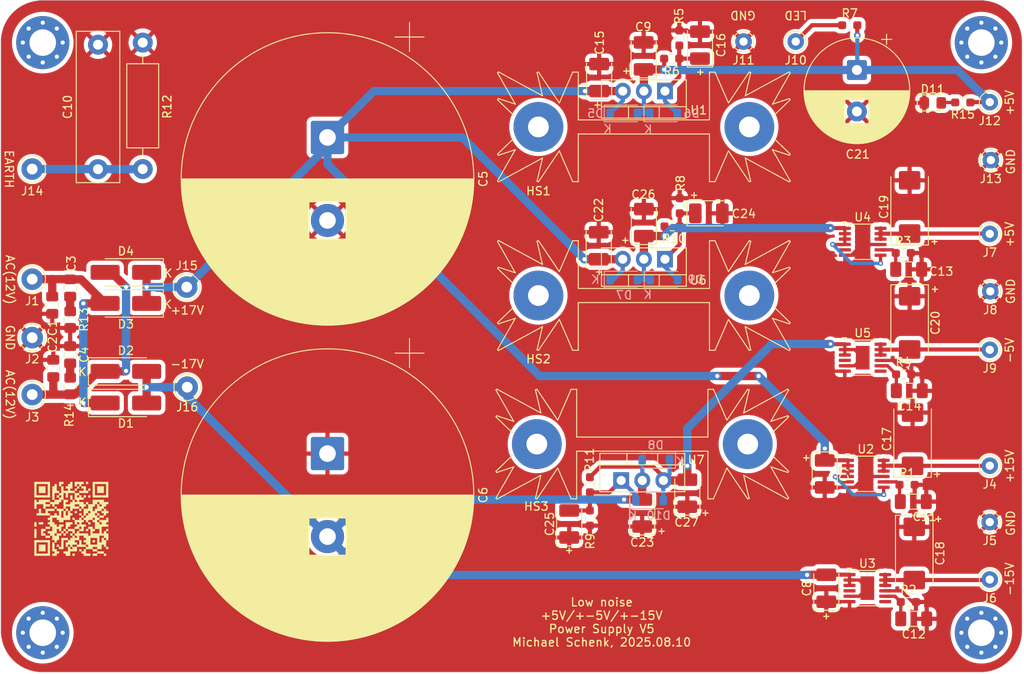
<source format=kicad_pcb>
(kicad_pcb (version 20241229) (generator "pcbnew") (generator_version "9.0")
  (layers (0 "F.Cu" signal) (2 "B.Cu" signal) (13 "F.Paste" user) (15 "B.Paste" user) (5 "F.SilkS" user "F.Silkscreen") (7 "B.SilkS" user "B.Silkscreen") (1 "F.Mask" user) (3 "B.Mask" user) (25 "Edge.Cuts" user))
  (net 0 "")
  (net 1 "+17V")
  (net 2 "Net-(D1-K)")
  (net 3 "Net-(D2-K)")
  (net 4 "GND")
  (net 5 "-17V")
  (net 6 "Net-(D5-A)")
  (net 7 "Net-(J14-Pin_1)")
  (net 8 "Net-(U2-SET)")
  (net 9 "Net-(U3-SET)")
  (net 10 "Net-(U4-SET)")
  (net 11 "Net-(U5-SET)")
  (net 12 "Net-(C3-Pad2)")
  (net 13 "Net-(C4-Pad2)")
  (net 14 "Net-(D6-A)")
  (net 15 "Net-(J4-Pin_1)")
  (net 16 "Net-(J6-Pin_1)")
  (net 17 "Net-(J7-Pin_1)")
  (net 18 "Net-(J9-Pin_1)")
  (net 19 "Net-(D9-A)")
  (net 20 "Net-(D10-K)")
  (net 21 "Net-(D7-A)")
  (net 22 "Net-(D10-A)")
  (net 23 "Net-(J10-Pin_1)")
  (net 30 "Net-(D11-A)")
  (footprint "Capacitor_SMD:C_0805_2012Metric_Pad1.18x1.45mm_HandSolder" (layer "F.Cu") (at 100.203 86.2545 -90)
    (property "Reference" "C1")
    (property "Value" "Cx/10nF/50V")
  )
  (footprint "Capacitor_SMD:C_0805_2012Metric_Pad1.18x1.45mm_HandSolder" (layer "F.Cu") (at 100.33 93.8745 -90)
    (property "Reference" "C2")
    (property "Value" "Cx/10nF/50V")
  )
  (footprint "Capacitor_SMD:C_0805_2012Metric_Pad1.18x1.45mm_HandSolder" (layer "F.Cu") (at 102.362 84.1795 -90)
    (property "Reference" "C3")
    (property "Value" "Cs/50V")
  )
  (footprint "Capacitor_SMD:C_0805_2012Metric_Pad1.18x1.45mm_HandSolder" (layer "F.Cu") (at 102.362 92.2235 -90)
    (property "Reference" "C4")
    (property "Value" "Cs/50V")
  )
  (footprint "Capacitor_THT:CP_Radial_D35.0mm_P10.00mm_SnapIn" (layer "F.Cu") (at 133.35 66.04 -90)
    (property "Reference" "C5")
    (property "Value" "22000uF/25VDC")
  )
  (footprint "Capacitor_THT:CP_Radial_D35.0mm_P10.00mm_SnapIn" (layer "F.Cu") (at 133.35 104.14 -90)
    (property "Reference" "C6")
    (property "Value" "22000uF/25VDC")
  )
  (footprint "Capacitor_Tantalum_SMD:CP_EIA-3528-21_Kemet-B_HandSolder" (layer "F.Cu") (at 193.2305 106.5905 -90)
    (property "Reference" "C7")
    (property "Value" "10uF/25V")
  )
  (footprint "Capacitor_Tantalum_SMD:CP_EIA-3528-21_Kemet-B_HandSolder" (layer "F.Cu") (at 193.421 120.37 90)
    (property "Reference" "C8")
    (property "Value" "10uF/25V")
  )
  (footprint "Capacitor_Tantalum_SMD:CP_EIA-3528-21_Kemet-B_HandSolder" (layer "F.Cu") (at 166.0652 58.8245 90)
    (property "Reference" "C15")
    (property "Value" "10uF/25V")
  )
  (footprint "Capacitor_Tantalum_SMD:CP_EIA-3528-21_Kemet-B_HandSolder" (layer "F.Cu") (at 178.2064 54.9129 90)
    (property "Reference" "C16")
    (property "Value" "10uF/25V")
  )
  (footprint "Capacitor_Tantalum_SMD:CP_EIA-7343-31_Kemet-D_HandSolder" (layer "F.Cu") (at 203.8096 102.4057 90)
    (property "Reference" "C17")
    (property "Value" "47uF/25V")
  )
  (footprint "Capacitor_Tantalum_SMD:CP_EIA-7343-31_Kemet-D_HandSolder" (layer "F.Cu") (at 204.0128 116.1725 -90)
    (property "Reference" "C18")
    (property "Value" "47uF/25V")
  )
  (footprint "Capacitor_Tantalum_SMD:CP_EIA-7343-31_Kemet-D_HandSolder" (layer "F.Cu") (at 203.454 74.4149 90)
    (property "Reference" "C19")
    (property "Value" "47uF/25V")
  )
  (footprint "Capacitor_Tantalum_SMD:CP_EIA-7343-31_Kemet-D_HandSolder" (layer "F.Cu") (at 203.454 88.3849 -90)
    (property "Reference" "C20")
    (property "Value" "47uF/25V")
  )
  (footprint "Capacitor_THT:CP_Radial_D12.5mm_P5.00mm" (layer "F.Cu") (at 197.104 57.912 -90)
    (property "Reference" "C21")
    (property "Value" "1000uF/35V")
  )
  (footprint "Capacitor_Tantalum_SMD:CP_EIA-3528-21_Kemet-B_HandSolder" (layer "F.Cu") (at 166.0144 79.0937 90)
    (property "Reference" "C22")
    (property "Value" "10uF/25V")
  )
  (footprint "Capacitor_Tantalum_SMD:CP_EIA-3528-21_Kemet-B_HandSolder" (layer "F.Cu") (at 179.2751 75.184)
    (property "Reference" "C24")
    (property "Value" "10uF/25V")
  )
  (footprint "Capacitor_Tantalum_SMD:CP_EIA-3528-21_Kemet-B_HandSolder" (layer "F.Cu") (at 171.45 76.2997 90)
    (property "Reference" "C26")
    (property "Value" "10uF/25V")
  )
  (footprint "Diode_SMD:D_SMA_Handsoldering" (layer "F.Cu") (at 109.0695 98.044)
    (property "Reference" "D1")
    (property "Value" "BYG20D")
  )
  (footprint "Diode_SMD:D_SMA_Handsoldering" (layer "F.Cu") (at 109.0695 94.234)
    (property "Reference" "D2")
    (property "Value" "BYG20D")
  )
  (footprint "Diode_SMD:D_SMA_Handsoldering" (layer "F.Cu") (at 109.0695 86.0425 180)
    (property "Reference" "D3")
    (property "Value" "BYG20D")
  )
  (footprint "Diode_SMD:D_SMA_Handsoldering" (layer "F.Cu") (at 109.0695 82.296 180)
    (property "Reference" "D4")
    (property "Value" "BYG20D")
  )
  (footprint "MountingHole:MountingHole_3.2mm_M3_Pad_Via" (layer "F.Cu") (at 99.06 54.61)
    (property "Reference" "H1" (hide yes))
    (property "Value" "MountingHole")
  )
  (footprint "MountingHole:MountingHole_3.2mm_M3_Pad_Via" (layer "F.Cu") (at 212.09 54.61)
    (property "Reference" "H2" (hide yes))
    (property "Value" "MountingHole")
  )
  (footprint "MountingHole:MountingHole_3.2mm_M3_Pad_Via" (layer "F.Cu") (at 212.09 125.73)
    (property "Reference" "H3" (hide yes))
    (property "Value" "MountingHole")
  )
  (footprint "MountingHole:MountingHole_3.2mm_M3_Pad_Via" (layer "F.Cu") (at 99.06 125.73)
    (property "Reference" "H4" (hide yes))
    (property "Value" "MountingHole")
  )
  (footprint "Heatsink:Heatsink_Fischer_SK104-STC-STIC_35x13mm_2xDrill2.5mm" (layer "F.Cu") (at 171.45 64.77 180)
    (property "Reference" "HS1")
    (property "Value" "Heatsink")
  )
  (footprint "Heatsink:Heatsink_Fischer_SK104-STC-STIC_35x13mm_2xDrill2.5mm" (layer "F.Cu") (at 171.45 85.09)
    (property "Reference" "HS2")
    (property "Value" "Heatsink")
  )
  (footprint "Connector_Pin:Pin_D1.3mm_L11.0mm" (layer "F.Cu") (at 97.79 83.1215)
    (property "Reference" "J1")
    (property "Value" "AC")
  )
  (footprint "Connector_Pin:Pin_D1.3mm_L11.0mm" (layer "F.Cu") (at 97.79 97.028)
    (property "Reference" "J3")
    (property "Value" "AC")
  )
  (footprint "Connector_Pin:Pin_D1.0mm_L10.0mm" (layer "F.Cu") (at 213.106 105.6005)
    (property "Reference" "J4")
    (property "Value" "+15V")
  )
  (footprint "Connector_Pin:Pin_D1.0mm_L10.0mm" (layer "F.Cu") (at 213.106 112.395)
    (property "Reference" "J5")
    (property "Value" "GND")
  )
  (footprint "Connector_Pin:Pin_D1.0mm_L10.0mm" (layer "F.Cu") (at 213.106 119.3165)
    (property "Reference" "J6")
    (property "Value" "-15V")
  )
  (footprint "Connector_Pin:Pin_D1.0mm_L10.0mm" (layer "F.Cu") (at 213.106 77.6605)
    (property "Reference" "J7")
    (property "Value" "+5V")
  )
  (footprint "Connector_Pin:Pin_D1.0mm_L10.0mm" (layer "F.Cu") (at 213.1695 84.582)
    (property "Reference" "J8")
    (property "Value" "GND")
  )
  (footprint "Connector_Pin:Pin_D1.0mm_L10.0mm" (layer "F.Cu") (at 213.106 91.6305)
    (property "Reference" "J9")
    (property "Value" "-5V")
  )
  (footprint "Connector_Pin:Pin_D1.0mm_L10.0mm" (layer "F.Cu") (at 189.738 54.483)
    (property "Reference" "J10")
    (property "Value" "LED")
  )
  (footprint "Connector_Pin:Pin_D1.0mm_L10.0mm" (layer "F.Cu") (at 183.4515 54.483)
    (property "Reference" "J11")
    (property "Value" "GND")
  )
  (footprint "Connector_Pin:Pin_D1.0mm_L10.0mm" (layer "F.Cu") (at 213.106 61.7855)
    (property "Reference" "J12")
    (property "Value" "+5V")
  )
  (footprint "Connector_Pin:Pin_D1.0mm_L10.0mm" (layer "F.Cu") (at 213.233 68.7705)
    (property "Reference" "J13")
    (property "Value" "GND")
  )
  (footprint "Resistor_SMD:R_0603_1608Metric_Pad0.98x0.95mm_HandSolder" (layer "F.Cu") (at 203.1473 107.8992)
    (property "Reference" "R1")
    (property "Value" "150k")
  )
  (footprint "Resistor_SMD:R_0603_1608Metric_Pad0.98x0.95mm_HandSolder" (layer "F.Cu") (at 203.2997 122.0216 180)
    (property "Reference" "R2")
    (property "Value" "150k")
  )
  (footprint "Resistor_SMD:R_0603_1608Metric_Pad0.98x0.95mm_HandSolder" (layer "F.Cu") (at 202.6901 79.9592)
    (property "Reference" "R3")
    (property "Value" "49.9k")
  )
  (footprint "Resistor_SMD:R_0603_1608Metric_Pad0.98x0.95mm_HandSolder" (layer "F.Cu") (at 202.7409 94.5896 180)
    (property "Reference" "R4")
    (property "Value" "49.9k")
  )
  (footprint "Resistor_SMD:R_0603_1608Metric_Pad0.98x0.95mm_HandSolder" (layer "F.Cu") (at 175.7172 54.0531 90)
    (property "Reference" "R5")
    (property "Value" "750R")
  )
  (footprint "Resistor_SMD:R_0603_1608Metric_Pad0.98x0.95mm_HandSolder" (layer "F.Cu") (at 174.8009 56.5404)
    (property "Reference" "R6")
    (property "Value" "249R")
  )
  (footprint "Resistor_SMD:R_0603_1608Metric_Pad0.98x0.95mm_HandSolder" (layer "F.Cu") (at 196.2385 52.5145)
    (property "Reference" "R7")
    (property "Value" "240R")
  )
  (footprint "Resistor_SMD:R_0603_1608Metric_Pad0.98x0.95mm_HandSolder" (layer "F.Cu") (at 175.768 74.2715 90)
    (property "Reference" "R8")
    (property "Value" "910R")
  )
  (footprint "Resistor_SMD:R_0603_1608Metric_Pad0.98x0.95mm_HandSolder" (layer "F.Cu") (at 174.8517 76.7588)
    (property "Reference" "R10")
    (property "Value" "240R")
  )
  (footprint "Package_TO_SOT_THT:TO-220-3_Vertical" (layer "F.Cu") (at 173.99 60.452 180)
    (property "Reference" "U1")
    (property "Value" "LM317_TO-220")
  )
  (footprint "Package_SO:MSOP-12-1EP_3x4.039mm_P0.65mm_EP1.651x2.845mm" (layer "F.Cu") (at 198.1745 106.5755)
    (property "Reference" "U2")
    (property "Value" "LT3045xMSE")
  )
  (footprint "Package_SO:MSOP-12-1EP_3x4.039mm_P0.65mm_EP1.651x2.845mm" (layer "F.Cu") (at 198.365 120.355)
    (property "Reference" "U3")
    (property "Value" "LT3094xMSE")
  )
  (footprint "Package_SO:MSOP-12-1EP_3x4.039mm_P0.65mm_EP1.651x2.845mm" (layer "F.Cu") (at 197.8025 78.613)
    (property "Reference" "U4")
    (property "Value" "LT3045xMSE")
  )
  (footprint "Package_SO:MSOP-12-1EP_3x4.039mm_P0.65mm_EP1.651x2.845mm" (layer "F.Cu") (at 197.8025 92.583)
    (property "Reference" "U5")
    (property "Value" "LT3094xMSE")
  )
  (footprint "Package_TO_SOT_THT:TO-220-3_Vertical" (layer "F.Cu") (at 173.99 80.7085 180)
    (property "Reference" "U6")
    (property "Value" "LM317_TO-220")
  )
  (footprint "Capacitor_Tantalum_SMD:CP_EIA-3528-21_Kemet-B_HandSolder" (layer "F.Cu") (at 171.4246 56.2121 90)
    (property "Reference" "C9")
    (property "Value" "10uF/25V")
  )
  (footprint "Capacitor_THT:C_Rect_L18.0mm_W5.0mm_P15.00mm_FKS3_FKP3" (layer "F.Cu") (at 105.7148 54.864 -90)
    (property "Reference" "C10")
    (property "Value" "2.2nF/2kV")
  )
  (footprint "Connector_Pin:Pin_D1.3mm_L11.0mm" (layer "F.Cu") (at 97.79 69.85)
    (property "Reference" "J14")
    (property "Value" "EARTH")
  )
  (footprint "Resistor_THT:R_Axial_DIN0411_L9.9mm_D3.6mm_P15.24mm_Horizontal" (layer "F.Cu") (at 111.0996 54.61 -90)
    (property "Reference" "R12")
    (property "Value" "100R/2W")
  )
  (footprint "Capacitor_SMD:C_1206_3216Metric_Pad1.33x1.80mm_HandSolder" (layer "F.Cu") (at 203.8989 109.9312)
    (property "Reference" "C11")
    (property "Value" "4.7uF/25V")
  )
  (footprint "Capacitor_SMD:C_1206_3216Metric_Pad1.33x1.80mm_HandSolder" (layer "F.Cu") (at 203.9497 124.0536 180)
    (property "Reference" "C12")
    (property "Value" "4.7uF/25V")
  )
  (footprint "Capacitor_SMD:C_1206_3216Metric_Pad1.33x1.80mm_HandSolder" (layer "F.Cu") (at 203.3401 81.9404)
    (property "Reference" "C13")
    (property "Value" "4.7uF/25V")
  )
  (footprint "Capacitor_SMD:C_1206_3216Metric_Pad1.33x1.80mm_HandSolder" (layer "F.Cu") (at 203.4155 96.5708 180)
    (property "Reference" "C14")
    (property "Value" "4.7uF/25V")
  )
  (footprint "Resistor_SMD:R_0603_1608Metric_Pad0.98x0.95mm_HandSolder" (layer "F.Cu") (at 164.9476 107.9011 90)
    (property "Reference" "R11")
    (property "Value" "240R")
  )
  (footprint "Resistor_SMD:R_0603_1608Metric_Pad0.98x0.95mm_HandSolder" (layer "F.Cu") (at 164.9476 111.9105 90)
    (property "Reference" "R9")
    (property "Value" "910R")
  )
  (footprint "Package_TO_SOT_THT:TO-220-3_Vertical" (layer "F.Cu") (at 168.7195 107.3785)
    (property "Reference" "U7")
    (property "Value" "LM337_TO220")
  )
  (footprint "Heatsink:Heatsink_Fischer_SK104-STC-STIC_35x13mm_2xDrill2.5mm" (layer "F.Cu") (at 171.2595 102.997)
    (property "Reference" "HS3")
    (property "Value" "Heatsink")
  )
  (footprint "Capacitor_Tantalum_SMD:CP_EIA-3528-21_Kemet-B_HandSolder" (layer "F.Cu") (at 171.2468 111.3047 90)
    (property "Reference" "C23")
    (property "Value" "10uF/25V")
  )
  (footprint "Capacitor_Tantalum_SMD:CP_EIA-3528-21_Kemet-B_HandSolder" (layer "F.Cu") (at 162.4584 112.6255 90)
    (property "Reference" "C25")
    (property "Value" "10uF/25V")
  )
  (footprint "Capacitor_Tantalum_SMD:CP_EIA-3528-21_Kemet-B_HandSolder" (layer "F.Cu") (at 176.6824 108.9171 90)
    (property "Reference" "C27")
    (property "Value" "10uF/25V")
  )
  (footprint "Connector_Pin:Pin_D1.3mm_L11.0mm" (layer "F.Cu") (at 116.3955 84.074)
    (property "Reference" "J15")
    (property "Value" "+17V")
  )
  (footprint "Connector_Pin:Pin_D1.3mm_L11.0mm" (layer "F.Cu") (at 116.459 96.139)
    (property "Reference" "J16")
    (property "Value" "-17V")
  )
  (footprint "Connector_Pin:Pin_D1.3mm_L11.0mm" (layer "F.Cu") (at 97.79 90.17)
    (property "Reference" "J2")
    (property "Value" "GND")
  )
  (footprint "Resistor_SMD:R_0603_1608Metric_Pad0.98x0.95mm_HandSolder" (layer "F.Cu") (at 209.8529 61.8236 180)
    (property "Reference" "R15")
    (property "Value" "330R")
  )
  (footprint "Resistor_SMD:R_0805_2012Metric_Pad1.20x1.40mm_HandSolder" (layer "F.Cu") (at 102.362 95.996 -90)
    (property "Reference" "R14")
    (property "Value" "Rs/1/8W")
  )
  (footprint "Resistor_SMD:R_0805_2012Metric_Pad1.20x1.40mm_HandSolder" (layer "F.Cu") (at 102.362 87.995 -90)
    (property "Reference" "R13")
    (property "Value" "Rs/1/8W")
  )
  (footprint "LOGO" (layer "F.Cu") (at 102.5 112)
    (property "Reference" "G***" (hide yes))
    (property "Value" "LOGO" (hide yes))
  )
  (footprint "LED_SMD:LED_0805_2012Metric_Pad1.15x1.40mm_HandSolder" (layer "F.Cu") (at 206.239 61.8744)
    (property "Reference" "D11")
    (property "Value" "LED")
  )
  (footprint "Diode_SMD:D_SOD-123" (layer "B.Cu") (at 169.038 63.1444)
    (property "Reference" "D5")
    (property "Value" "1N4148W")
  )
  (footprint "Diode_SMD:D_SOD-123" (layer "B.Cu") (at 173.8239 63.1444)
    (property "Reference" "D6")
    (property "Value" "1N4148W")
  )
  (footprint "Diode_SMD:D_SOD-123" (layer "B.Cu") (at 169.038 83.1596)
    (property "Reference" "D7")
    (property "Value" "1N4148W")
  )
  (footprint "Diode_SMD:D_SOD-123" (layer "B.Cu") (at 173.862 83.1596)
    (property "Reference" "D9")
    (property "Value" "1N4148W")
  )
  (footprint "Diode_SMD:D_SOD-123" (layer "B.Cu") (at 172.1368 109.7788)
    (property "Reference" "D10")
    (property "Value" "1N4148W")
  )
  (footprint "Diode_SMD:D_SOD-123" (layer "B.Cu") (at 172.8968 104.902 180)
    (property "Reference" "D8")
    (property "Value" "1N4148W")
  )
  (gr_line (start 212 130.5) (end 99 130.5) (stroke (width 0.05)) (layer "Edge.Cuts"))
  (gr_line (start 94 125.5) (end 94 54.5) (stroke (width 0.05)) (layer "Edge.Cuts"))
  (gr_arc (start 99 130.5) (mid 95.464466 129.035534) (end 94 125.5) (stroke (width 0.05)) (layer "Edge.Cuts"))
  (gr_arc (start 94 54.5) (mid 95.464466 50.964466) (end 99 49.5) (stroke (width 0.05)) (layer "Edge.Cuts"))
  (gr_arc (start 212 49.5) (mid 215.535534 50.964466) (end 217 54.5) (stroke (width 0.05)) (layer "Edge.Cuts"))
  (gr_line (start 217 54.5) (end 217 125.5) (stroke (width 0.05)) (layer "Edge.Cuts"))
  (gr_line (start 99 49.5) (end 212 49.5) (stroke (width 0.05)) (layer "Edge.Cuts"))
  (gr_arc (start 217 125.5) (mid 215.535534 129.035534) (end 212 130.5) (stroke (width 0.05)) (layer "Edge.Cuts"))
  (gr_text "+17V" (at 116.459 86.868 0) (layer "F.SilkS") (effects (font (size 1 1))))
  (gr_text "-17V" (at 116.459 93.345 0) (layer "F.SilkS") (effects (font (size 1 1))))
  (gr_text "K" (at 114.1095 86.1695 0) (layer "F.SilkS") (effects (font (size 1 1))))
  (gr_text "K" (at 103.8225 94.2975 0) (layer "F.SilkS") (effects (font (size 1 1))))
  (gr_text "K" (at 103.8225 97.9805 0) (layer "F.SilkS") (effects (font (size 1 1))))
  (gr_text "AC(12V)" (at 95.123 83.185 270) (layer "F.SilkS") (effects (font (size 1 1))))
  (gr_text "AC(12V)" (at 95.123 97.028 270) (layer "F.SilkS") (effects (font (size 1 1))))
  (gr_text "EARTH" (at 94.996 69.85 -90) (layer "F.SilkS") (effects (font (size 1 1))))
  (gr_text "GND" (at 183.388 51.308 180) (layer "F.SilkS") (effects (font (size 1 1))))
  (gr_text "LED" (at 189.738 51.308 180) (layer "F.SilkS") (effects (font (size 1 1))))
  (gr_text "+5V" (at 215.5 77.724 90) (layer "F.SilkS") (effects (font (size 1 1))))
  (gr_text "-5V" (at 215.5 91.694 90) (layer "F.SilkS") (effects (font (size 1 1))))
  (gr_text "GND" (at 215.627 68.961 90) (layer "F.SilkS") (effects (font (size 1 1))))
  (gr_text "GND" (at 215.627 84.582 90) (layer "F.SilkS") (effects (font (size 1 1))))
  (gr_text "GND" (at 215.627 112.522 90) (layer "F.SilkS") (effects (font (size 1 1))))
  (gr_text "-15V" (at 215.5 119.25 90) (layer "F.SilkS") (effects (font (size 1 1))))
  (gr_text "+15V" (at 215.5 105.664 90) (layer "F.SilkS") (effects (font (size 1 1))))
  (gr_text "+" (at 173.5836 113.4364 0) (layer "F.SilkS") (effects (font (size 0.8 0.8))))
  (gr_text "+" (at 166.0652 82.1944 0) (layer "F.SilkS") (effects (font (size 0.8 0.8))))
  (gr_text "GND" (at 95.123 90.17 270) (layer "F.SilkS") (effects (font (size 1 1))))
  (gr_text "+" (at 165.862 62.0776 0) (layer "F.SilkS") (effects (font (size 0.8 0.8))))
  (gr_text "+" (at 206.502 84.2772 0) (layer "F.SilkS") (effects (font (size 0.8 0.8))))
  (gr_text "+" (at 206.756 106.5784 0) (layer "F.SilkS") (effects (font (size 0.8 0.8))))
  (gr_text "+" (at 177.4952 72.9488 0) (layer "F.SilkS") (effects (font (size 0.8 0.8))))
  (gr_text "+" (at 191.008 104.5972 0) (layer "F.SilkS") (effects (font (size 0.8 0.8))))
  (gr_text "+" (at 178.2572 58.1152 0) (layer "F.SilkS") (effects (font (size 0.8 0.8))))
  (gr_text "+" (at 193.421 123.698 0) (layer "F.SilkS") (effects (font (size 0.8 0.8))))
  (gr_text "K" (at 114.173 82.423 0) (layer "F.SilkS") (effects (font (size 1 1))))
  (gr_text "+" (at 206.9084 111.9632 0) (layer "F.SilkS") (effects (font (size 0.8 0.8))))
  (gr_text "+" (at 162.4584 115.7732 0) (layer "F.SilkS") (effects (font (size 0.8 0.8))))
  (gr_text "+" (at 169.3418 57.9882 0) (layer "F.SilkS") (effects (font (size 0.8 0.8))))
  (gr_text "Low noise\n+5V/+-5V/+-15V\nPower Supply V5\nMichael Schenk, 2025.08.10" (at 166.37 124.46 0) (layer "F.SilkS") (effects (font (size 1 1))))
  (gr_text "+5V" (at 215.5 61.849 90) (layer "F.SilkS") (effects (font (size 1 1))))
  (gr_text "+" (at 206.4512 78.5368 0) (layer "F.SilkS") (effects (font (size 0.8 0.8))))
  (gr_text "+" (at 169.2148 78.3844 0) (layer "F.SilkS") (effects (font (size 0.8 0.8))))
  (gr_text "+" (at 178.8668 111.252 0) (layer "F.SilkS") (effects (font (size 0.8 0.8))))
  (gr_text "K" (at 170.1292 111.6584 -0) (layer "B.SilkS") (effects (font (size 1 1)) (justify mirror)))
  (gr_text "K" (at 175.768 105.1052 -0) (layer "B.SilkS") (effects (font (size 1 1)) (justify mirror)))
  (gr_text "K" (at 165.608 83.1596 -0) (layer "B.SilkS") (effects (font (size 1 1)) (justify mirror)))
  (gr_text "K" (at 171.9072 84.9884 -0) (layer "B.SilkS") (effects (font (size 1 1)) (justify mirror)))
  (gr_text "K" (at 167.0812 65.024 -0) (layer "B.SilkS") (effects (font (size 1 1)) (justify mirror)))
  (gr_text "K" (at 171.958 65.0748 -0) (layer "B.SilkS") (effects (font (size 1 1)) (justify mirror)))
  (segment (start 111.5695 84.074) (end 111.5695 82.296) (width 1) (layer "F.Cu") (net 1))
  (segment (start 166.0144 80.7212) (end 168.8973 80.7212) (width 1) (layer "F.Cu") (net 1))
  (segment (start 196.0245 106.9005) (end 196.0245 104.9505) (width 0.4) (layer "F.Cu") (net 1))
  (segment (start 200.3245 108.2005) (end 200.3245 109.075) (width 0.4) (layer "F.Cu") (net 1))
  (segment (start 193.2305 104.963) (end 193.2305 103.5431) (width 1) (layer "F.Cu") (net 1))
  (segment (start 166.0652 60.452) (end 164.338 60.452) (width 1) (layer "F.Cu") (net 1))
  (segment (start 185.2676 94.7928) (end 180.2892 94.7928) (width 1) (layer "F.Cu") (net 1))
  (segment (start 166.0144 80.7212) (end 164.2872 80.7212) (width 1) (layer "F.Cu") (net 1))
  (segment (start 166.0652 60.452) (end 168.91 60.452) (width 1) (layer "F.Cu") (net 1))
  (segment (start 168.8973 80.7212) (end 168.91 80.7085) (width 1) (layer "F.Cu") (net 1))
  (segment (start 200.3245 109.075) (end 200.3425 109.093) (width 0.4) (layer "F.Cu") (net 1))
  (segment (start 194.534 106.9005) (end 194.5005 106.934) (width 0.4) (layer "F.Cu") (net 1))
  (segment (start 196.0245 104.9505) (end 193.2455 104.9505) (width 0.5) (layer "F.Cu") (net 1))
  (segment (start 193.2305 103.5431) (end 193.2432 103.5304) (width 1) (layer "F.Cu") (net 1))
  (segment (start 111.5695 86.0425) (end 111.5695 84.074) (width 1) (layer "F.Cu") (net 1))
  (segment (start 196.0245 106.9005) (end 194.534 106.9005) (width 0.4) (layer "F.Cu") (net 1))
  (via (at 164.338 60.452) (size 1) (drill 0.5) (layers "F.Cu" "B.Cu") (net 1))
  (via (at 180.2892 94.7928) (size 1) (drill 0.5) (layers "F.Cu" "B.Cu") (net 1))
  (via (at 193.2432 103.5304) (size 1) (drill 0.5) (layers "F.Cu" "B.Cu") (net 1))
  (via (at 111.5695 84.074) (size 1) (drill 0.5) (layers "F.Cu" "B.Cu") (net 1))
  (via (at 200.3425 109.093) (size 0.6) (drill 0.3) (layers "F.Cu" "B.Cu") (net 1))
  (via (at 185.2676 94.7928) (size 1) (drill 0.5) (layers "F.Cu" "B.Cu") (net 1))
  (via (at 194.5005 106.934) (size 0.6) (drill 0.3) (layers "F.Cu" "B.Cu") (net 1))
  (via (at 164.2872 80.7212) (size 1) (drill 0.5) (layers "F.Cu" "B.Cu") (net 1))
  (segment (start 164.338 60.452) (end 138.938 60.452) (width 1) (layer "B.Cu") (net 1))
  (segment (start 167.7924 83.1596) (end 168.91 82.042) (width 0.5) (layer "B.Cu") (net 1))
  (segment (start 164.2872 80.7212) (end 149.606 66.04) (width 1) (layer "B.Cu") (net 1))
  (segment (start 193.2432 102.7684) (end 185.2676 94.7928) (width 1) (layer "B.Cu") (net 1))
  (segment (start 200.3425 109.093) (end 196.6595 109.093) (width 0.4) (layer "B.Cu") (net 1))
  (segment (start 196.6595 109.093) (end 194.5005 106.934) (width 0.4) (layer "B.Cu") (net 1))
  (segment (start 168.91 82.042) (end 168.91 80.7085) (width 0.5) (layer "B.Cu") (net 1))
  (segment (start 158.9024 94.7928) (end 133.35 69.2404) (width 1) (layer "B.Cu") (net 1))
  (segment (start 138.938 60.452) (end 133.35 66.04) (width 1) (layer "B.Cu") (net 1))
  (segment (start 167.388 83.1596) (end 167.7924 83.1596) (width 0.5) (layer "B.Cu") (net 1))
  (segment (start 167.388 63.1444) (end 168.91 61.6224) (width 0.5) (layer "B.Cu") (net 1))
  (segment (start 180.2892 94.7928) (end 158.9024 94.7928) (width 1) (layer "B.Cu") (net 1))
  (segment (start 193.2432 103.5304) (end 193.2432 102.7684) (width 1) (layer "B.Cu") (net 1))
  (segment (start 168.91 61.6224) (end 168.91 60.452) (width 0.5) (layer "B.Cu") (net 1))
  (segment (start 133.35 69.2404) (end 133.35 66.04) (width 1) (layer "B.Cu") (net 1))
  (segment (start 149.606 66.04) (end 133.35 66.04) (width 1) (layer "B.Cu") (net 1))
  (segment (start 116.3955 84.074) (end 111.5695 84.074) (width 1) (layer "B.Cu") (net 1))
  (segment (start 133.35 67.1195) (end 116.3955 84.074) (width 1) (layer "B.Cu") (net 1))
  (segment (start 106.5695 98.044) (end 103.9495 98.044) (width 1) (layer "F.Cu") (net 2))
  (segment (start 100.1395 83.1215) (end 102.3415 83.1215) (width 1) (layer "F.Cu") (net 2))
  (segment (start 102.362 83.142) (end 103.669 83.142) (width 1) (layer "F.Cu") (net 2))
  (segment (start 103.669 83.142) (end 106.5695 86.0425) (width 1) (layer "F.Cu") (net 2))
  (segment (start 100.203 83.185) (end 100.1395 83.1215) (width 1) (layer "F.Cu") (net 2))
  (segment (start 102.3415 83.1215) (end 102.362 83.142) (width 1) (layer "F.Cu") (net 2))
  (segment (start 100.203 85.217) (end 100.203 83.185) (width 1) (layer "F.Cu") (net 2))
  (segment (start 106.5695 86.0425) (end 103.9495 86.0425) (width 1) (layer "F.Cu") (net 2))
  (segment (start 97.79 83.1215) (end 100.1395 83.1215) (width 1) (layer "F.Cu") (net 2))
  (via (at 103.9495 98.044) (size 1) (drill 0.5) (layers "F.Cu" "B.Cu") (net 2))
  (via (at 103.9495 86.0425) (size 1) (drill 0.5) (layers "F.Cu" "B.Cu") (net 2))
  (segment (start 103.9495 98.044) (end 103.9495 86.0425) (width 1) (layer "B.Cu") (net 2))
  (segment (start 102.9575 96.996) (end 105.7195 94.234) (width 1) (layer "F.Cu") (net 3))
  (segment (start 100.711 97.028) (end 102.33 97.028) (width 1) (layer "F.Cu") (net 3))
  (segment (start 107.315 82.296) (end 109.093 84.074) (width 1) (layer "F.Cu") (net 3))
  (segment (start 106.5695 94.234) (end 109.0295 94.234) (width 1) (layer "F.Cu") (net 3))
  (segment (start 102.362 96.996) (end 102.9575 96.996) (width 1) (layer "F.Cu") (net 3))
  (segment (start 105.7195 94.234) (end 106.5695 94.234) (width 1) (layer "F.Cu") (net 3))
  (segment (start 100.33 96.647) (end 100.711 97.028) (width 1) (layer "F.Cu") (net 3))
  (segment (start 97.79 97.028) (end 100.711 97.028) (width 1) (layer "F.Cu") (net 3))
  (segment (start 100.33 94.912) (end 100.33 96.647) (width 1) (layer "F.Cu") (net 3))
  (segment (start 109.0295 94.234) (end 109.093 94.1705) (width 0.5) (layer "F.Cu") (net 3))
  (segment (start 102.33 97.028) (end 102.362 96.996) (width 1) (layer "F.Cu") (net 3))
  (via (at 109.093 84.074) (size 1) (drill 0.5) (layers "F.Cu" "B.Cu") (net 3))
  (via (at 109.093 94.1705) (size 1) (drill 0.5) (layers "F.Cu" "B.Cu") (net 3))
  (segment (start 109.093 94.1705) (end 109.093 84.074) (width 1) (layer "B.Cu") (net 3))
  (segment (start 199.9525 78.938) (end 198.1275 78.938) (width 0.4) (layer "F.Cu") (net 4))
  (segment (start 198.4995 106.9005) (end 198.1745 106.5755) (width 0.4) (layer "F.Cu") (net 4))
  (segment (start 196.215 121.98) (end 193.4385 121.98) (width 0.4) (layer "F.Cu") (net 4))
  (segment (start 196.0245 109.7661) (end 196.0372 109.7788) (width 0.4) (layer "F.Cu") (net 4))
  (segment (start 196.0245 108.2005) (end 196.0245 109.7661) (width 0.4) (layer "F.Cu") (net 4))
  (segment (start 197.8025 78.874292) (end 197.8025 78.613) (width 0.4) (layer "F.Cu") (net 4))
  (segment (start 200.3245 106.9005) (end 198.4995 106.9005) (width 0.4) (layer "F.Cu") (net 4))
  (segment (start 198.1275 78.938) (end 197.8025 78.613) (width 0.4) (layer "F.Cu") (net 4))
  (segment (start 196.810792 108.2005) (end 198.1745 106.836792) (width 0.4) (layer "F.Cu") (net 4))
  (segment (start 203.60612 94.5896) (end 203.6534 94.5896) (width 0.4) (layer "F.Cu") (net 4))
  (segment (start 199.9525 92.908) (end 201.92452 92.908) (width 0.4) (layer "F.Cu") (net 4))
  (segment (start 193.248 108.2005) (end 193.2305 108.218) (width 0.4) (layer "F.Cu") (net 4))
  (segment (start 202.46772 120.68) (end 203.80932 122.0216) (width 0.4) (layer "F.Cu") (net 4))
  (segment (start 201.92452 92.908) (end 203.60612 94.5896) (width 0.4) (layer "F.Cu") (net 4))
  (segment (start 196.0245 108.2005) (end 196.810792 108.2005) (width 0.4) (layer "F.Cu") (net 4))
  (segment (start 196.215 121.98) (end 196.215 123.317) (width 0.4) (layer "F.Cu") (net 4))
  (segment (start 193.4385 121.98) (end 193.421 121.9975) (width 0.4) (layer "F.Cu") (net 4))
  (segment (start 193.4712 94.208) (end 193.4464 94.1832) (width 0.4) (layer "F.Cu") (net 4))
  (segment (start 195.6525 94.208) (end 193.4712 94.208) (width 0.4) (layer "F.Cu") (net 4))
  (segment (start 195.6525 96.0411) (end 195.6308 96.0628) (width 0.4) (layer "F.Cu") (net 4))
  (segment (start 196.215 123.317) (end 196.2404 123.3424) (width 0.4) (layer "F.Cu") (net 4))
  (segment (start 196.0245 108.2005) (end 193.248 108.2005) (width 0.4) (layer "F.Cu") (net 4))
  (segment (start 198.1745 106.836792) (end 198.1745 106.5755) (width 0.4) (layer "F.Cu") (net 4))
  (segment (start 196.438792 80.238) (end 197.8025 78.874292) (width 0.4) (layer "F.Cu") (net 4))
  (segment (start 195.6525 80.238) (end 196.438792 80.238) (width 0.4) (layer "F.Cu") (net 4))
  (segment (start 200.515 120.68) (end 202.46772 120.68) (width 0.4) (layer "F.Cu") (net 4))
  (segment (start 203.80932 122.0216) (end 204.2122 122.0216) (width 0.4) (layer "F.Cu") (net 4))
  (segment (start 195.6525 94.208) (end 195.6525 96.0411) (width 0.4) (layer "F.Cu") (net 4))
  (segment (start 111.5695 96.139) (end 111.5695 94.234) (width 1) (layer "F.Cu") (net 5))
  (segment (start 197.39 121.33) (end 198.365 120.355) (width 0.4) (layer "F.Cu") (net 5))
  (segment (start 191.1375 118.7425) (end 191.1096 118.7704) (width 1) (layer "F.Cu") (net 5))
  (segment (start 196.215 119.38) (end 197.39 119.38) (width 0.4) (layer "F.Cu") (net 5))
  (segment (start 171.2468 109.6772) (end 171.2468 107.3912) (width 1) (layer "F.Cu") (net 5))
  (segment (start 171.2468 109.6772) (end 169.0624 109.6772) (width 1) (layer "F.Cu") (net 5))
  (segment (start 196.215 120.03) (end 196.215 118.73) (width 0.4) (layer "F.Cu") (net 5))
  (segment (start 196.215 118.73) (end 193.436 118.73) (width 0.5) (layer "F.Cu") (net 5))
  (segment (start 193.421 118.7425) (end 191.1375 118.7425) (width 1) (layer "F.Cu") (net 5))
  (segment (start 171.2468 107.3912) (end 171.2595 107.3785) (width 1) (layer "F.Cu") (net 5))
  (segment (start 111.5695 98.044) (end 111.5695 96.139) (width 1) (layer "F.Cu") (net 5))
  (segment (start 197.39 119.38) (end 198.365 120.355) (width 0.4) (layer "F.Cu") (net 5))
  (segment (start 196.215 121.33) (end 197.39 121.33) (width 0.4) (layer "F.Cu") (net 5))
  (via (at 191.1096 118.7704) (size 1) (drill 0.5) (layers "F.Cu" "B.Cu") (net 5))
  (via (at 169.0624 109.6772) (size 1) (drill 0.5) (layers "F.Cu" "B.Cu") (net 5))
  (via (at 111.5695 96.139) (size 1) (drill 0.5) (layers "F.Cu" "B.Cu") (net 5))
  (segment (start 169.0624 109.6772) (end 137.8128 109.6772) (width 1) (layer "B.Cu") (net 5))
  (segment (start 116.459 97.249) (end 116.459 96.139) (width 1) (layer "B.Cu") (net 5))
  (segment (start 137.8128 109.6772) (end 133.35 114.14) (width 1) (layer "B.Cu") (net 5))
  (segment (start 171.2595 107.3785) (end 171.2595 104.9147) (width 0.5) (layer "B.Cu") (net 5))
  (segment (start 133.35 114.14) (end 116.459 97.249) (width 1) (layer "B.Cu") (net 5))
  (segment (start 191.1096 118.7704) (end 137.9804 118.7704) (width 1) (layer "B.Cu") (net 5))
  (segment (start 116.459 96.139) (end 111.5695 96.139) (width 1) (layer "B.Cu") (net 5))
  (segment (start 137.9804 118.7704) (end 133.35 114.14) (width 1) (layer "B.Cu") (net 5))
  (segment (start 171.2595 104.9147) (end 171.2468 104.902) (width 0.5) (layer "B.Cu") (net 5))
  (segment (start 173.8668 57.8396) (end 173.8884 57.8612) (width 1) (layer "F.Cu") (net 6))
  (segment (start 173.8884 56.5404) (end 173.8884 57.8612) (width 0.5) (layer "F.Cu") (net 6))
  (segment (start 210.8035 61.7855) (end 210.7654 61.8236) (width 0.5) (layer "F.Cu") (net 6))
  (segment (start 197.151 52.5145) (end 197.151 53.7426) (width 0.5) (layer "F.Cu") (net 6))
  (segment (start 171.45 57.865) (end 171.4246 57.8396) (width 1) (layer "F.Cu") (net 6))
  (segment (start 213.106 61.7855) (end 210.8035 61.7855) (width 0.5) (layer "F.Cu") (net 6))
  (segment (start 171.45 60.452) (end 171.45 57.865) (width 1) (layer "F.Cu") (net 6))
  (segment (start 171.4246 57.8396) (end 173.8668 57.8396) (width 1) (layer "F.Cu") (net 6))
  (segment (start 197.151 53.7426) (end 197.1548 53.7464) (width 0.5) (layer "F.Cu") (net 6))
  (via (at 173.8884 57.8612) (size 1) (drill 0.5) (layers "F.Cu" "B.Cu") (net 6))
  (via (at 197.1548 53.7464) (size 0.8) (drill 0.4) (layers "F.Cu" "B.Cu") (net 6))
  (segment (start 173.8884 57.8612) (end 173.9392 57.912) (width 1) (layer "B.Cu") (net 6))
  (segment (start 171.5008 63.1444) (end 170.688 63.1444) (width 0.5) (layer "B.Cu") (net 6))
  (segment (start 197.1548 57.8612) (end 197.104 57.912) (width 0.5) (layer "B.Cu") (net 6))
  (segment (start 173.9392 57.912) (end 197.104 57.912) (width 1) (layer "B.Cu") (net 6))
  (segment (start 171.45 63.0936) (end 171.5008 63.1444) (width 0.5) (layer "B.Cu") (net 6))
  (segment (start 209.2325 57.912) (end 213.106 61.7855) (width 1) (layer "B.Cu") (net 6))
  (segment (start 197.1548 53.7464) (end 197.1548 57.8612) (width 0.5) (layer "B.Cu") (net 6))
  (segment (start 171.45 60.452) (end 171.45 63.0936) (width 0.5) (layer "B.Cu") (net 6))
  (segment (start 197.104 57.912) (end 209.2325 57.912) (width 1) (layer "B.Cu") (net 6))
  (segment (start 172.1739 63.1444) (end 171.5008 63.1444) (width 0.5) (layer "B.Cu") (net 6))
  (segment (start 111.0856 69.864) (end 111.0996 69.85) (width 1) (layer "B.Cu") (net 7))
  (segment (start 105.7148 69.864) (end 111.0856 69.864) (width 1) (layer "B.Cu") (net 7))
  (segment (start 97.79 69.85) (end 105.7008 69.85) (width 1) (layer "B.Cu") (net 7))
  (segment (start 105.7008 69.85) (end 105.7148 69.864) (width 1) (layer "B.Cu") (net 7))
  (segment (start 202.2348 107.8992) (end 202.2348 109.8296) (width 0.4) (layer "F.Cu") (net 8))
  (segment (start 201.8861 107.5505) (end 202.2348 107.8992) (width 0.4) (layer "F.Cu") (net 8))
  (segment (start 200.3245 107.5505) (end 201.8861 107.5505) (width 0.4) (layer "F.Cu") (net 8))
  (segment (start 202.2348 109.8296) (end 202.3364 109.9312) (width 0.4) (layer "F.Cu") (net 8))
  (segment (start 201.6956 121.33) (end 202.3872 122.0216) (width 0.4) (layer "F.Cu") (net 9))
  (segment (start 202.3872 122.0216) (end 202.3872 124.0536) (width 0.4) (layer "F.Cu") (net 9))
  (segment (start 200.515 121.33) (end 201.6956 121.33) (width 0.4) (layer "F.Cu") (net 9))
  (segment (start 201.7776 79.9592) (end 201.7776 81.9404) (width 0.4) (layer "F.Cu") (net 10))
  (segment (start 201.4064 79.588) (end 201.7776 79.9592) (width 0.4) (layer "F.Cu") (net 10))
  (segment (start 199.9525 79.588) (end 201.4064 79.588) (width 0.4) (layer "F.Cu") (net 10))
  (segment (start 200.7968 93.558) (end 201.8284 94.5896) (width 0.4) (layer "F.Cu") (net 11))
  (segment (start 201.853 94.6142) (end 201.8284 94.5896) (width 0.4) (layer "F.Cu") (net 11))
  (segment (start 199.9525 93.558) (end 200.7968 93.558) (width 0.4) (layer "F.Cu") (net 11))
  (segment (start 201.853 96.5708) (end 201.853 94.6142) (width 0.4) (layer "F.Cu") (net 11))
  (segment (start 102.362 86.995) (end 102.362 85.217) (width 1) (layer "F.Cu") (net 12))
  (segment (start 102.362 94.996) (end 102.362 93.261) (width 1) (layer "F.Cu") (net 13))
  (segment (start 178.2064 56.5404) (end 175.7134 56.5404) (width 0.5) (layer "F.Cu") (net 14))
  (segment (start 175.7134 54.9694) (end 175.7172 54.9656) (width 0.5) (layer "F.Cu") (net 14))
  (segment (start 175.7134 58.7286) (end 173.99 60.452) (width 0.5) (layer "F.Cu") (net 14))
  (segment (start 175.7134 56.5404) (end 175.7134 54.9694) (width 0.5) (layer "F.Cu") (net 14))
  (segment (start 175.7134 56.5404) (end 175.7134 58.7286) (width 0.5) (layer "F.Cu") (net 14))
  (segment (start 173.99 60.452) (end 173.99 61.6605) (width 0.5) (layer "B.Cu") (net 14))
  (segment (start 173.99 61.6605) (end 175.4739 63.1444) (width 0.5) (layer "B.Cu") (net 14))
  (segment (start 200.3245 105.6005) (end 203.7969 105.6005) (width 0.5) (layer "F.Cu") (net 15))
  (segment (start 200.3245 104.9505) (end 200.3245 106.2505) (width 0.5) (layer "F.Cu") (net 15))
  (segment (start 203.8096 105.6132) (end 213.0933 105.6132) (width 0.5) (layer "F.Cu") (net 15))
  (segment (start 213.0933 105.6132) (end 213.106 105.6005) (width 0.5) (layer "F.Cu") (net 15))
  (segment (start 203.7969 105.6005) (end 203.8096 105.6132) (width 0.5) (layer "F.Cu") (net 15))
  (segment (start 200.515 118.73) (end 200.515 120.03) (width 0.5) (layer "F.Cu") (net 16))
  (segment (start 204.0128 119.38) (end 213.0425 119.38) (width 0.5) (layer "F.Cu") (net 16))
  (segment (start 200.515 119.38) (end 204.0128 119.38) (width 0.5) (layer "F.Cu") (net 16))
  (segment (start 213.0425 119.38) (end 213.106 119.3165) (width 0.5) (layer "F.Cu") (net 16))
  (segment (start 203.454 77.6224) (end 213.0679 77.6224) (width 0.5) (layer "F.Cu") (net 17))
  (segment (start 203.4384 77.638) (end 203.454 77.6224) (width 0.5) (layer "F.Cu") (net 17))
  (segment (start 213.0679 77.6224) (end 213.106 77.6605) (width 0.5) (layer "F.Cu") (net 17))
  (segment (start 199.9525 77.638) (end 203.4384 77.638) (width 0.5) (layer "F.Cu") (net 17))
  (segment (start 199.9525 76.988) (end 199.9525 78.288) (width 0.5) (layer "F.Cu") (net 17))
  (segment (start 199.9525 90.958) (end 199.9525 92.258) (width 0.5) (layer "F.Cu") (net 18))
  (segment (start 203.4384 91.608) (end 203.454 91.5924) (width 0.5) (layer "F.Cu") (net 18))
  (segment (start 203.454 91.5924) (end 213.0679 91.5924) (width 0.5) (layer "F.Cu") (net 18))
  (segment (start 199.9525 91.608) (end 203.4384 91.608) (width 0.5) (layer "F.Cu") (net 18))
  (segment (start 213.0679 91.5924) (end 213.106 91.6305) (width 0.5) (layer "F.Cu") (net 18))
  (segment (start 175.7642 78.9343) (end 173.99 80.7085) (width 0.5) (layer "F.Cu") (net 19))
  (segment (start 175.7642 76.7588) (end 175.7642 78.9343) (width 0.5) (layer "F.Cu") (net 19))
  (segment (start 175.768 75.184) (end 177.6476 75.184) (width 0.5) (layer "F.Cu") (net 19))
  (segment (start 175.7642 75.1878) (end 175.768 75.184) (width 0.5) (layer "F.Cu") (net 19))
  (segment (start 175.7642 76.7588) (end 175.7642 75.1878) (width 0.5) (layer "F.Cu") (net 19))
  (segment (start 173.99 81.6376) (end 175.512 83.1596) (width 0.5) (layer "B.Cu") (net 19))
  (segment (start 173.99 80.7085) (end 173.99 81.6376) (width 0.5) (layer "B.Cu") (net 19))
  (segment (start 162.4584 110.998) (end 164.9476 110.998) (width 0.5) (layer "F.Cu") (net 20))
  (segment (start 164.9476 108.8136) (end 164.9476 110.998) (width 0.5) (layer "F.Cu") (net 20))
  (segment (start 168.7195 107.3785) (end 167.2844 108.8136) (width 0.5) (layer "F.Cu") (net 20))
  (segment (start 167.2844 108.8136) (end 164.9476 108.8136) (width 0.5) (layer "F.Cu") (net 20))
  (segment (start 170.4868 109.1458) (end 170.4868 109.7788) (width 0.5) (layer "B.Cu") (net 20))
  (segment (start 168.7195 107.3785) (end 170.4868 109.1458) (width 0.5) (layer "B.Cu") (net 20))
  (segment (start 195.6525 77.638) (end 195.6525 78.938) (width 0.4) (layer "F.Cu") (net 21))
  (segment (start 199.9525 80.238) (end 199.9525 81.2075) (width 0.4) (layer "F.Cu") (net 21))
  (segment (start 199.9525 81.2075) (end 199.9615 81.2165) (width 0.4) (layer "F.Cu") (net 21))
  (segment (start 194.1905 78.938) (end 194.183 78.9305) (width 0.4) (layer "F.Cu") (net 21))
  (segment (start 195.6525 78.938) (end 194.1905 78.938) (width 0.4) (layer "F.Cu") (net 21))
  (segment (start 195.6265 76.962) (end 195.6525 76.988) (width 0.5) (layer "F.Cu") (net 21))
  (segment (start 171.45 77.9272) (end 171.45 80.7085) (width 1) (layer "F.Cu") (net 21))
  (segment (start 195.6525 77.638) (end 195.6525 76.988) (width 0.4) (layer "F.Cu") (net 21))
  (segment (start 193.929 76.962) (end 195.6265 76.962) (width 0.5) (layer "F.Cu") (net 21))
  (segment (start 171.45 77.9272) (end 173.9392 77.9272) (width 1) (layer "F.Cu") (net 21))
  (segment (start 173.9392 76.7588) (end 173.9392 77.9272) (width 0.5) (layer "F.Cu") (net 21))
  (via (at 193.929 76.962) (size 0.6) (drill 0.3) (layers "F.Cu" "B.Cu") (net 21))
  (via (at 194.183 78.9305) (size 0.6) (drill 0.3) (layers "F.Cu" "B.Cu") (net 21))
  (via (at 199.9615 81.2165) (size 0.6) (drill 0.3) (layers "F.Cu" "B.Cu") (net 21))
  (via (at 173.9392 77.9272) (size 1) (drill 0.5) (layers "F.Cu" "B.Cu") (net 21))
  (segment (start 199.9615 81.2165) (end 196.469 81.2165) (width 0.4) (layer "B.Cu") (net 21))
  (segment (start 174.9044 76.962) (end 193.929 76.962) (width 1) (layer "B.Cu") (net 21))
  (segment (start 171.45 83.1596) (end 171.45 80.7085) (width 0.5) (layer "B.Cu") (net 21))
  (segment (start 171.45 83.1596) (end 172.212 83.1596) (width 0.5) (layer "B.Cu") (net 21))
  (segment (start 173.9392 77.9272) (end 174.9044 76.962) (width 1) (layer "B.Cu") (net 21))
  (segment (start 196.469 81.2165) (end 194.183 78.9305) (width 0.4) (layer "B.Cu") (net 21))
  (segment (start 170.688 83.1596) (end 171.45 83.1596) (width 0.5) (layer "B.Cu") (net 21))
  (segment (start 196.8275 93.558) (end 197.8025 92.583) (width 0.4) (layer "F.Cu") (net 22))
  (segment (start 166.2214 105.7148) (end 164.9476 106.9886) (width 0.5) (layer "F.Cu") (net 22))
  (segment (start 195.6525 93.558) (end 196.8275 93.558) (width 0.4) (layer "F.Cu") (net 22))
  (segment (start 195.6525 90.958) (end 193.955 90.958) (width 0.5) (layer "F.Cu") (net 22))
  (segment (start 195.6525 92.258) (end 195.6525 90.958) (width 0.4) (layer "F.Cu") (net 22))
  (segment (start 196.8275 91.608) (end 197.8025 92.583) (width 0.4) (layer "F.Cu") (net 22))
  (segment (start 172.5676 105.7148) (end 166.2214 105.7148) (width 0.5) (layer "F.Cu") (net 22))
  (segment (start 173.7995 107.3785) (end 176.5935 107.3785) (width 1) (layer "F.Cu") (net 22))
  (segment (start 173.7995 107.3785) (end 173.7995 106.9467) (width 0.5) (layer "F.Cu") (net 22))
  (segment (start 173.7995 106.9467) (end 172.5676 105.7148) (width 0.5) (layer "F.Cu") (net 22))
  (segment (start 195.6525 91.608) (end 196.8275 91.608) (width 0.4) (layer "F.Cu") (net 22))
  (segment (start 176.5935 107.3785) (end 176.6824 107.2896) (width 1) (layer "F.Cu") (net 22))
  (segment (start 193.955 90.958) (end 193.929 90.932) (width 0.5) (layer "F.Cu") (net 22))
  (segment (start 176.6824 107.2896) (end 176.6824 105.6132) (width 1) (layer "F.Cu") (net 22))
  (via (at 176.6824 105.6132) (size 1) (drill 0.5) (layers "F.Cu" "B.Cu") (net 22))
  (via (at 193.929 90.932) (size 0.8) (drill 0.4) (layers "F.Cu" "B.Cu") (net 22))
  (segment (start 174.5468 106.6312) (end 173.7995 107.3785) (width 0.5) (layer "B.Cu") (net 22))
  (segment (start 174.5468 104.902) (end 174.5468 106.6312) (width 0.5) (layer "B.Cu") (net 22))
  (segment (start 173.7868 109.7788) (end 173.7868 107.3912) (width 0.5) (layer "B.Cu") (net 22))
  (segment (start 176.6824 101.092) (end 186.8424 90.932) (width 1) (layer "B.Cu") (net 22))
  (segment (start 173.7868 107.3912) (end 173.7995 107.3785) (width 0.5) (layer "B.Cu") (net 22))
  (segment (start 176.6824 105.6132) (end 176.6824 101.092) (width 1) (layer "B.Cu") (net 22))
  (segment (start 186.8424 90.932) (end 193.929 90.932) (width 1) (layer "B.Cu") (net 22))
  (segment (start 191.7065 52.5145) (end 189.738 54.483) (width 0.5) (layer "F.Cu") (net 23))
  (segment (start 195.326 52.5145) (end 191.7065 52.5145) (width 0.5) (layer "F.Cu") (net 23))
  (segment (start 208.9404 61.8236) (end 207.3148 61.8236) (width 0.4) (layer "F.Cu") (net 30))
  (segment (start 207.3148 61.8236) (end 207.264 61.8744) (width 0.4) (layer "F.Cu") (net 30))
  (zone (net 4) (net_name "GND") (layer "F.Cu") (connect_pads (clearance 0.508)) (min_thickness 0.254) (fill yes (thermal_gap 0.508) (thermal_bridge_width 0.508))
    (polygon (pts (xy 217.17 130.56) (xy 93.98 130.56) (xy 93.98 49.53) (xy 217.17 49.53)))
  )
)
</source>
